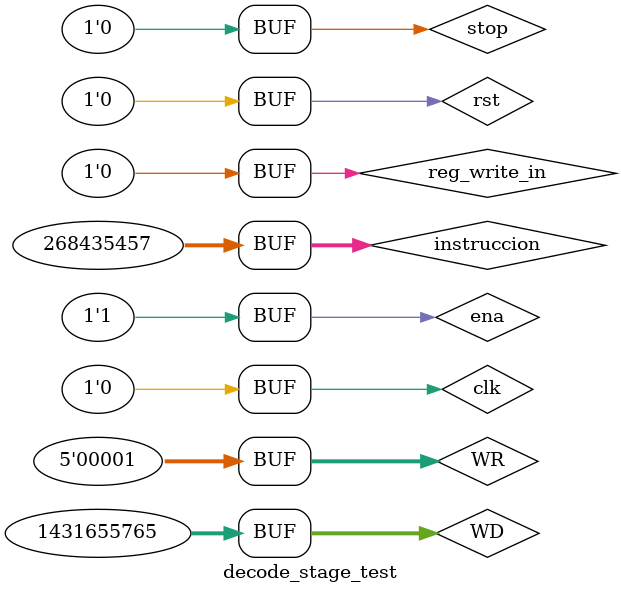
<source format=v>
`timescale 1ns / 1ps


module decode_stage_test;

	// Inputs
	reg clk;
	reg rst;
	reg ena;
	reg stop;
	reg reg_write_in;
	reg [31:0] instruccion;
	reg [4:0] WR;
	reg [31:0] WD;

	// Outputs
	wire [31:0] data1;
	wire [31:0] data2;
	wire [31:0] ext_sig;
	wire [11:0] palabra_salida;
	wire [1023:0] registros;

	// Instantiate the Unit Under Test (UUT)
	decode_stage uut (
		.clk(clk), 
		.rst(rst), 
		.ena(ena), 
		.stop(stop), 
		.reg_write_in(reg_write_in), 
		.instruccion(instruccion), 
		.WR(WR), 
		.WD(WD), 
		.data1(data1), 
		.data2(data2), 
		.ext_sig(ext_sig), 
		.palabra_salida(palabra_salida), 
		.registros(registros)
	);

	initial begin
		// Initialize Inputs
		clk = 0;
		rst = 1;
		ena = 0;
		stop = 0;
		reg_write_in = 0;
		instruccion = 0;
		WR = 0;
		WD = 0;

		#100;
      rst = 0;
		ena = 1;
		clk = 0;
		reg_write_in = 1;
		// Tipo R         |  6  | 5  |  5 |  5 |    11   |
		instruccion = 32'b00000000000000000000000000000001;
		WR = 0;
		WD = 32'b10101010101010101010101010101010;

		// Wait 100 ns for global reset to finish
		#100;
		clk = 1;
		// A partir de aca, el reg0 ya tiene un dato
		#100;
		clk = 0;
      reg_write_in = 1;// |  6  | 5  |  5 |  5 |    11   |
		instruccion =   32'b10000000000000000000000000000001;
		WD = 32'b01010101010101010101010101010101;
		WR = 1;
		
		// Se comprueba la funcionalidad de lectura y escritura de registros
		#100;
		clk = 1;
		//	Load	 			|  6  | 5  |  5 |  5 |    11   |
		instruccion = 32'b10000000000000010000000000000001;
      reg_write_in = 0;
		
		#100;
		clk = 0;
      // Store          |  6  | 5  |  5 |  5 |    11   |
		instruccion = 32'b10100000000000000000000000000001;
		
		#100;
		clk = 1;
      
		#100;
		clk = 0;
      // Branch         |  6  | 5  |  5 |  5 |    11   |
		instruccion = 32'b00010000000000000000000000000001;
		
		#100;
		clk = 1;
      
		#100;
		clk = 0;
	end
      
endmodule


</source>
